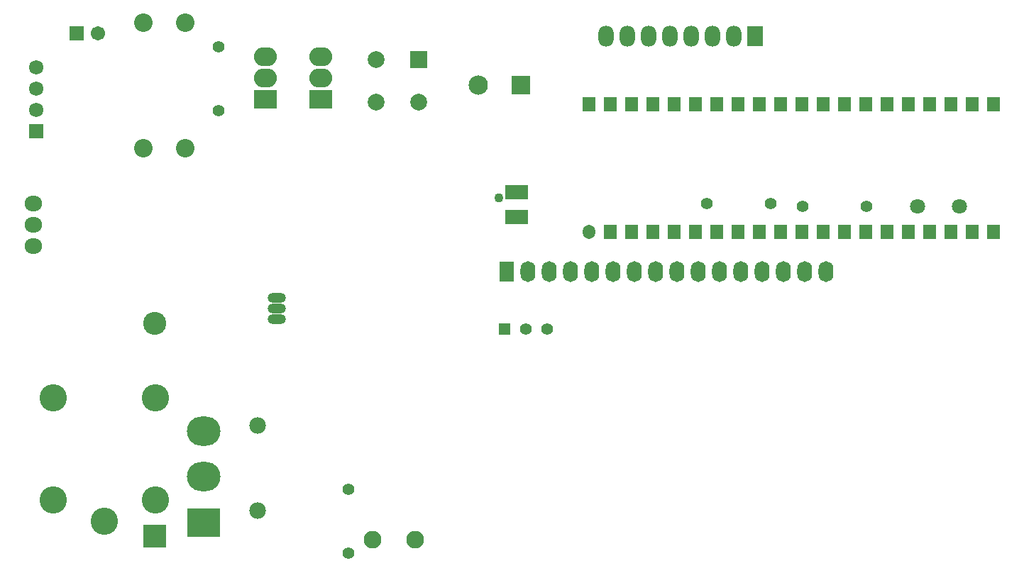
<source format=gts>
G04 Layer_Color=8388736*
%FSLAX44Y44*%
%MOMM*%
G71*
G01*
G75*
%ADD50R,2.8032X1.7032*%
%ADD51R,2.0032X2.0032*%
%ADD52C,2.0032*%
%ADD53C,2.3032*%
%ADD54R,2.3032X2.3032*%
%ADD55R,2.7432X2.2352*%
%ADD56O,2.7432X2.2352*%
%ADD57C,2.2032*%
%ADD58R,4.0132X3.5052*%
%ADD59O,4.0132X3.5052*%
%ADD60C,1.9812*%
%ADD61O,2.2032X1.2032*%
%ADD62O,2.2032X1.2032*%
%ADD63C,1.8032*%
%ADD64C,1.4032*%
%ADD65O,1.5032X1.7032*%
%ADD66R,1.4986X1.7018*%
%ADD67C,2.7432*%
%ADD68R,2.7432X2.7432*%
%ADD69C,2.1082*%
%ADD70R,1.7032X1.7032*%
%ADD71C,1.7032*%
%ADD72O,1.7780X2.4892*%
%ADD73R,1.7780X2.4892*%
%ADD74C,1.7232*%
%ADD75R,1.7232X1.7232*%
%ADD76O,1.8542X2.4892*%
%ADD77R,1.8542X2.4892*%
%ADD78O,2.1082X1.8542*%
%ADD79R,1.4032X1.4032*%
%ADD80C,3.2512*%
%ADD81C,1.0922*%
D50*
X604520Y428230D02*
D03*
Y458230D02*
D03*
D51*
X487680Y615950D02*
D03*
D52*
X436880D02*
D03*
Y565150D02*
D03*
X487680D02*
D03*
D53*
X558800Y585470D02*
D03*
D54*
X609600D02*
D03*
D55*
X370840Y568960D02*
D03*
X304800D02*
D03*
D56*
X370840Y594360D02*
D03*
Y619760D02*
D03*
X304800Y594360D02*
D03*
Y619760D02*
D03*
D57*
X209150Y510470D02*
D03*
Y660470D02*
D03*
X159150D02*
D03*
Y510470D02*
D03*
D58*
X231140Y63500D02*
D03*
D59*
Y118110D02*
D03*
Y172720D02*
D03*
D60*
X295910Y179070D02*
D03*
Y77470D02*
D03*
D61*
X318770Y331470D02*
D03*
Y306070D02*
D03*
D62*
Y318770D02*
D03*
D63*
X1133193Y440683D02*
D03*
X1083192D02*
D03*
D64*
X403860Y102870D02*
D03*
Y26670D02*
D03*
X1022350Y440690D02*
D03*
X946150D02*
D03*
X908050Y444500D02*
D03*
X831850D02*
D03*
X248920Y631190D02*
D03*
Y554990D02*
D03*
X615950Y294640D02*
D03*
X641350D02*
D03*
D65*
X690880Y410210D02*
D03*
D66*
X716280D02*
D03*
X741680D02*
D03*
X767080D02*
D03*
X792480D02*
D03*
X817880D02*
D03*
X843280D02*
D03*
X868680D02*
D03*
X894080D02*
D03*
X919480D02*
D03*
X944880D02*
D03*
X970280D02*
D03*
X995680D02*
D03*
X1021080D02*
D03*
X1046480D02*
D03*
X1071880D02*
D03*
X1097280D02*
D03*
X1122680D02*
D03*
X1148080D02*
D03*
X1173480D02*
D03*
Y562610D02*
D03*
X1148080D02*
D03*
X1122680D02*
D03*
X1097280D02*
D03*
X1071880D02*
D03*
X1046480D02*
D03*
X1021080D02*
D03*
X995680D02*
D03*
X970280D02*
D03*
X944880D02*
D03*
X919480D02*
D03*
X894080D02*
D03*
X868680D02*
D03*
X843280D02*
D03*
X817880D02*
D03*
X792480D02*
D03*
X767080D02*
D03*
X741680D02*
D03*
X716280D02*
D03*
X690880D02*
D03*
D67*
X172720Y300990D02*
D03*
D68*
Y46990D02*
D03*
D69*
X433070Y43180D02*
D03*
X483870D02*
D03*
D70*
X80010Y647700D02*
D03*
D71*
X105410D02*
D03*
D72*
X974090Y363220D02*
D03*
X948690D02*
D03*
X923290D02*
D03*
X897890D02*
D03*
X872490D02*
D03*
X847090D02*
D03*
X821690D02*
D03*
X796290D02*
D03*
X770890D02*
D03*
X745490D02*
D03*
X720090D02*
D03*
X694690D02*
D03*
X669290D02*
D03*
X643890D02*
D03*
X618490D02*
D03*
D73*
X593090D02*
D03*
D74*
X31750Y607060D02*
D03*
Y581660D02*
D03*
Y556260D02*
D03*
D75*
Y530860D02*
D03*
D76*
X736600Y643890D02*
D03*
X787400D02*
D03*
X863600D02*
D03*
X838200D02*
D03*
X812800D02*
D03*
X762000D02*
D03*
X711200D02*
D03*
D77*
X889000D02*
D03*
D78*
X27940Y393954D02*
D03*
Y418846D02*
D03*
Y444500D02*
D03*
D79*
X590550Y294640D02*
D03*
D80*
X52070Y90170D02*
D03*
X173990Y212090D02*
D03*
X113030Y64770D02*
D03*
X52070Y212090D02*
D03*
X173990Y90170D02*
D03*
D81*
X583692Y451612D02*
D03*
M02*

</source>
